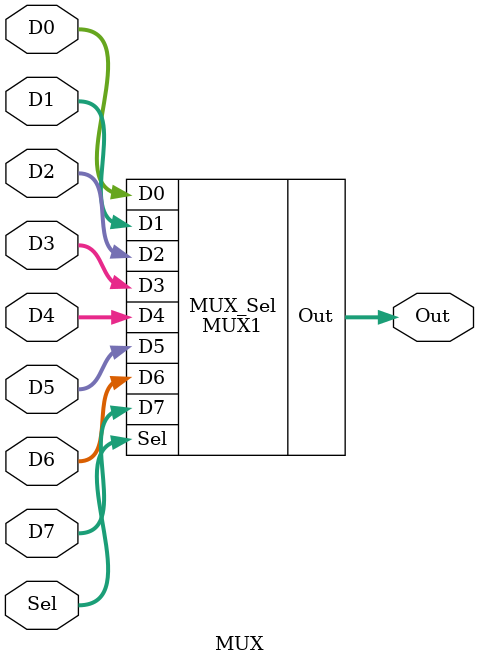
<source format=sv>
module MUX1 (
    input logic [31:0] D0, D1, D2, D3, D4, D5, D6, D7,
    input logic [2:0] Sel,
    output logic [31:0] Out
);

    always_comb begin
        case (Sel)
            3'b000: Out = D0;
            3'b001: Out = D1;
            3'b010: Out = D2;
            3'b011: Out = D3;
            3'b100: Out = D4;
            3'b101: Out = D5;
            3'b110: Out = D6;
            3'b111: Out = D7;
        endcase
    end

endmodule

module MUX (
    input logic [31:0] D0, D1, D2, D3, D4, D5, D6, D7,
    input logic [2:0] Sel,
    output logic [31:0] Out
);

    MUX1 MUX_Sel (
        .D0(D0),
        .D1(D1),
        .D2(D2),
        .D3(D3),
        .D4(D4),
        .D5(D5),
        .D6(D6),
        .D7(D7),
        .Sel(Sel),
        .Out(Out)
    );
	 
   

endmodule

</source>
